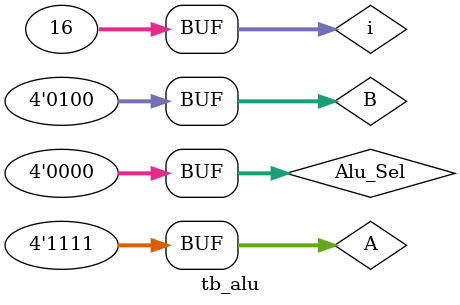
<source format=v>
`timescale 1ns / 1ps


module tb_alu;
  reg [3:0] A;
    reg [3:0] B;
    reg [3:0] Alu_Sel;
    wire Carry;
    wire [3:0] Alu_Out;
    
    alu uut (.A(A),.B(B),.Alu_Sel(Alu_Sel),.Alu_Out(Alu_Out),.Carry(Carry));
    integer i;
    
    initial begin
    A=4'b1000;
    B=4'b0100;
    Alu_Sel=4'b0000;
    
    for (i=0;i<=15;i=i+1)
    begin
    Alu_Sel=Alu_Sel+4'b0001;
    #30;
    end
    
    A=4'b1111;
    B=4'b0100;
    end
    
endmodule

</source>
